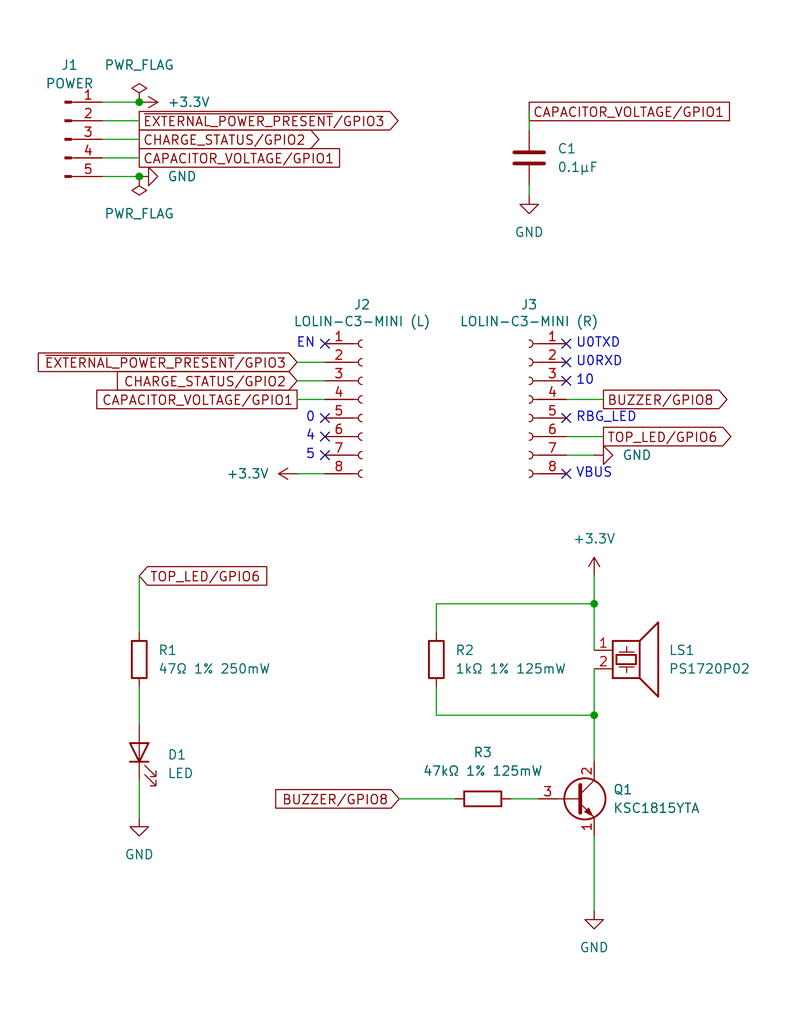
<source format=kicad_sch>
(kicad_sch (version 20250114) (generator "eeschema") (generator_version "9.0")
  (paper "User" 110 140)
  (lib_symbols
    (symbol "Connector:Conn_01x05_Pin" (pin_names (offset 1.016) (hide yes))
      (property "Reference" "J" (at 0 7.62 0))
      (property "Value" "Conn_01x05_Pin" (at 0 -7.62 0))
      (symbol "Conn_01x05_Pin_1_1"
        (rectangle (start 0.8636 5.207) (end 0 4.953) (stroke (width 0.1524)) (fill (type outline)))
        (rectangle (start 0.8636 2.667) (end 0 2.413) (stroke (width 0.1524)) (fill (type outline)))
        (rectangle (start 0.8636 0.127) (end 0 -0.127) (stroke (width 0.1524)) (fill (type outline)))
        (rectangle (start 0.8636 -2.413) (end 0 -2.667) (stroke (width 0.1524)) (fill (type outline)))
        (rectangle (start 0.8636 -4.953) (end 0 -5.207) (stroke (width 0.1524)) (fill (type outline)))
        (polyline (pts (xy 1.27 5.08) (xy 0.8636 5.08)) (stroke (width 0.1524)))
        (polyline (pts (xy 1.27 2.54) (xy 0.8636 2.54)) (stroke (width 0.1524)))
        (polyline (pts (xy 1.27 0) (xy 0.8636 0)) (stroke (width 0.1524)))
        (polyline (pts (xy 1.27 -2.54) (xy 0.8636 -2.54)) (stroke (width 0.1524)))
        (polyline (pts (xy 1.27 -5.08) (xy 0.8636 -5.08)) (stroke (width 0.1524)))
        (pin passive line (at 5.08 5.08 180) (length 3.81) (name "Pin_1") (number "1"))
        (pin passive line (at 5.08 2.54 180) (length 3.81) (name "Pin_2") (number "2"))
        (pin passive line (at 5.08 0 180) (length 3.81) (name "Pin_3") (number "3"))
        (pin passive line (at 5.08 -2.54 180) (length 3.81) (name "Pin_4") (number "4"))
        (pin passive line (at 5.08 -5.08 180) (length 3.81) (name "Pin_5") (number "5"))
      )
    )
    (symbol "Connector:Conn_01x08_Socket" (pin_names (offset 1.016) (hide yes))
      (property "Reference" "J" (at 0 10.16 0))
      (property "Value" "Conn_01x08_Socket" (at 0 -12.7 0))
      (symbol "Conn_01x08_Socket_1_1"
        (polyline (pts (xy -1.27 7.62) (xy -0.508 7.62)) (stroke (width 0.1524)))
        (polyline (pts (xy -1.27 5.08) (xy -0.508 5.08)) (stroke (width 0.1524)))
        (polyline (pts (xy -1.27 2.54) (xy -0.508 2.54)) (stroke (width 0.1524)))
        (polyline (pts (xy -1.27 0) (xy -0.508 0)) (stroke (width 0.1524)))
        (polyline (pts (xy -1.27 -2.54) (xy -0.508 -2.54)) (stroke (width 0.1524)))
        (polyline (pts (xy -1.27 -5.08) (xy -0.508 -5.08)) (stroke (width 0.1524)))
        (polyline (pts (xy -1.27 -7.62) (xy -0.508 -7.62)) (stroke (width 0.1524)))
        (polyline (pts (xy -1.27 -10.16) (xy -0.508 -10.16)) (stroke (width 0.1524)))
        (arc (start 0 7.112) (mid -0.5058 7.62) (end 0 8.128) (stroke (width 0.1524)))
        (arc (start 0 4.572) (mid -0.5058 5.08) (end 0 5.588) (stroke (width 0.1524)))
        (arc (start 0 2.032) (mid -0.5058 2.54) (end 0 3.048) (stroke (width 0.1524)))
        (arc (start 0 -0.508) (mid -0.5058 0) (end 0 0.508) (stroke (width 0.1524)))
        (arc (start 0 -3.048) (mid -0.5058 -2.54) (end 0 -2.032) (stroke (width 0.1524)))
        (arc (start 0 -5.588) (mid -0.5058 -5.08) (end 0 -4.572) (stroke (width 0.1524)))
        (arc (start 0 -8.128) (mid -0.5058 -7.62) (end 0 -7.112) (stroke (width 0.1524)))
        (arc (start 0 -10.668) (mid -0.5058 -10.16) (end 0 -9.652) (stroke (width 0.1524)))
        (pin passive line (at -5.08 7.62 0) (length 3.81) (name "Pin_1") (number "1"))
        (pin passive line (at -5.08 5.08 0) (length 3.81) (name "Pin_2") (number "2"))
        (pin passive line (at -5.08 2.54 0) (length 3.81) (name "Pin_3") (number "3"))
        (pin passive line (at -5.08 0 0) (length 3.81) (name "Pin_4") (number "4"))
        (pin passive line (at -5.08 -2.54 0) (length 3.81) (name "Pin_5") (number "5"))
        (pin passive line (at -5.08 -5.08 0) (length 3.81) (name "Pin_6") (number "6"))
        (pin passive line (at -5.08 -7.62 0) (length 3.81) (name "Pin_7") (number "7"))
        (pin passive line (at -5.08 -10.16 0) (length 3.81) (name "Pin_8") (number "8"))
      )
    )
    (symbol "Device:C" (pin_numbers (hide yes)) (pin_names (offset 0.254))
      (property "Reference" "C" (at 0.635 2.54 0))
      (property "Value" "C" (at 0.635 -2.54 0))
      (symbol "C_0_1"
        (polyline (pts (xy -2.032 0.762) (xy 2.032 0.762)) (stroke (width 0.508)))
        (polyline (pts (xy -2.032 -0.762) (xy 2.032 -0.762)) (stroke (width 0.508)))
      )
      (symbol "C_1_1"
        (pin passive line (at 0 3.81 270) (length 2.794) (name "~") (number "1"))
        (pin passive line (at 0 -3.81 90) (length 2.794) (name "~") (number "2"))
      )
    )
    (symbol "Device:LED" (pin_numbers (hide yes)) (pin_names (offset 1.016) (hide yes))
      (property "Reference" "D" (at 0 2.54 0))
      (property "Value" "LED" (at 0 -2.54 0))
      (symbol "LED_0_1"
        (polyline (pts (xy -3.048 -0.762) (xy -4.572 -2.286) (xy -3.81 -2.286) (xy -4.572 -2.286) (xy -4.572 -1.524)))
        (polyline (pts (xy -1.778 -0.762) (xy -3.302 -2.286) (xy -2.54 -2.286) (xy -3.302 -2.286) (xy -3.302 -1.524)))
        (polyline (pts (xy -1.27 0) (xy 1.27 0)))
        (polyline (pts (xy -1.27 -1.27) (xy -1.27 1.27)) (stroke (width 0.254)))
        (polyline (pts (xy 1.27 -1.27) (xy 1.27 1.27) (xy -1.27 0) (xy 1.27 -1.27)) (stroke (width 0.254)))
      )
      (symbol "LED_1_1"
        (pin passive line (at -3.81 0 0) (length 2.54) (name "K") (number "1"))
        (pin passive line (at 3.81 0 180) (length 2.54) (name "A") (number "2"))
      )
    )
    (symbol "Device:R" (pin_numbers (hide yes)) (pin_names (offset 0))
      (property "Reference" "R" (at 2.032 0 90))
      (property "Value" "R" (at 0 0 90))
      (symbol "R_0_1"
        (rectangle (start -1.016 -2.54) (end 1.016 2.54) (stroke (width 0.254)))
      )
      (symbol "R_1_1"
        (pin passive line (at 0 3.81 270) (length 1.27) (name "~") (number "1"))
        (pin passive line (at 0 -3.81 90) (length 1.27) (name "~") (number "2"))
      )
    )
    (symbol "Device:Speaker_Crystal" (pin_names (offset 0) (hide yes))
      (property "Reference" "LS" (at 0.635 5.715 0))
      (property "Value" "Speaker_Crystal" (at 0.635 3.81 0))
      (symbol "Speaker_Crystal_0_0"
        (rectangle (start -2.54 1.27) (end 1.143 -3.81) (stroke (width 0.254)))
        (rectangle (start -2.032 -0.635) (end 0.635 -1.905) (stroke (width 0.254)))
        (polyline (pts (xy -1.651 -0.254) (xy 0.381 -0.254)))
        (polyline (pts (xy -1.651 -2.286) (xy 0.381 -2.286)))
        (polyline (pts (xy -0.635 -0.254) (xy -0.635 0.508)))
        (polyline (pts (xy -0.635 -2.286) (xy -0.635 -3.048)))
        (polyline (pts (xy 1.143 1.27) (xy 3.683 3.81) (xy 3.683 -6.35) (xy 1.143 -3.81)) (stroke (width 0.254)))
      )
      (symbol "Speaker_Crystal_1_1"
        (pin input line (at -5.08 0 0) (length 2.54) (name "1") (number "1"))
        (pin input line (at -5.08 -2.54 0) (length 2.54) (name "2") (number "2"))
      )
    )
    (symbol "Transistor_BJT:Q_NPN_ECB" (pin_names (offset 0) (hide yes))
      (property "Reference" "Q" (at 5.08 1.27 0))
      (property "Value" "Q_NPN_ECB" (at 5.08 -1.27 0))
      (symbol "Q_NPN_ECB_0_1"
        (polyline (pts (xy -2.54 0) (xy 0.635 0)))
        (polyline (pts (xy 0.635 1.905) (xy 0.635 -1.905)) (stroke (width 0.508)))
        (circle (center 1.27 0) (radius 2.8194) (stroke (width 0.254)))
      )
      (symbol "Q_NPN_ECB_1_1"
        (polyline (pts (xy 0.635 0.635) (xy 2.54 2.54)))
        (polyline (pts (xy 0.635 -0.635) (xy 2.54 -2.54)))
        (polyline (pts (xy 1.27 -1.778) (xy 1.778 -1.27) (xy 2.286 -2.286) (xy 1.27 -1.778)) (fill (type outline)))
        (pin input line (at -5.08 0 0) (length 2.54) (name "B") (number "3"))
        (pin passive line (at 2.54 5.08 270) (length 2.54) (name "C") (number "2"))
        (pin passive line (at 2.54 -5.08 90) (length 2.54) (name "E") (number "1"))
      )
    )
    (symbol "power:+3.3V" (power) (pin_numbers (hide yes)) (pin_names (offset 0) (hide yes))
      (property "Value" "+3.3V" (at 0 3.556 0))
      (symbol "+3.3V_0_1"
        (polyline (pts (xy -0.762 1.27) (xy 0 2.54)))
        (polyline (pts (xy 0 2.54) (xy 0.762 1.27)))
        (polyline (pts (xy 0 0) (xy 0 2.54)))
      )
      (symbol "+3.3V_1_1"
        (pin power_in line (at 0 0 90) (length 0) (name "~") (number "1"))
      )
    )
    (symbol "power:GND" (power) (pin_numbers (hide yes)) (pin_names (offset 0) (hide yes))
      (property "Value" "GND" (at 0 -3.81 0))
      (symbol "GND_0_1"
        (polyline (pts (xy 0 0) (xy 0 -1.27) (xy 1.27 -1.27) (xy 0 -2.54) (xy -1.27 -1.27) (xy 0 -1.27)))
      )
      (symbol "GND_1_1"
        (pin power_in line (at 0 0 270) (length 0) (name "~") (number "1"))
      )
    )
    (symbol "power:PWR_FLAG" (power) (pin_numbers (hide yes)) (pin_names (offset 0) (hide yes))
      (property "Value" "PWR_FLAG" (at 0 3.81 0))
      (symbol "PWR_FLAG_0_0"
        (pin power_out line (at 0 0 90) (length 0) (name "~") (number "1"))
      )
      (symbol "PWR_FLAG_0_1"
        (polyline (pts (xy 0 0) (xy 0 1.27) (xy -1.016 1.905) (xy 0 2.54) (xy 1.016 1.905) (xy 0 1.27)))
      )
    )
  )
  (text "U0TXD" (at 78.74 46.99 0) (effects (font (size 1.27 1.27)) (justify left)))
  (text "VBUS" (at 78.74 64.77 0) (effects (font (size 1.27 1.27)) (justify left)))
  (text "5" (at 43.18 62.23 0) (effects (font (size 1.27 1.27)) (justify right)))
  (text "0" (at 43.18 57.15 0) (effects (font (size 1.27 1.27)) (justify right)))
  (text "10" (at 78.74 52.07 0) (effects (font (size 1.27 1.27)) (justify left)))
  (text "U0RXD" (at 78.74 49.53 0) (effects (font (size 1.27 1.27)) (justify left)))
  (text "EN" (at 43.18 46.99 0) (effects (font (size 1.27 1.27)) (justify right)))
  (text "RBG_LED" (at 78.74 57.15 0) (effects (font (size 1.27 1.27)) (justify left)))
  (text "4" (at 43.18 59.69 0) (effects (font (size 1.27 1.27)) (justify right)))
  (junction (at 19.05 24.13))
  (junction (at 81.28 82.55))
  (junction (at 19.05 13.97))
  (junction (at 81.28 97.79))
  (no_connect (at 44.45 46.99))
  (no_connect (at 77.47 46.99))
  (no_connect (at 77.47 52.07))
  (no_connect (at 77.47 57.15))
  (no_connect (at 77.47 49.53))
  (no_connect (at 44.45 59.69))
  (no_connect (at 44.45 62.23))
  (no_connect (at 77.47 64.77))
  (no_connect (at 44.45 57.15))
  (wire (pts (xy 81.28 82.55) (xy 81.28 88.9)))
  (wire (pts (xy 19.05 78.74) (xy 19.05 86.36)))
  (wire (pts (xy 54.61 109.22) (xy 62.23 109.22)))
  (wire (pts (xy 13.97 24.13) (xy 19.05 24.13)))
  (wire (pts (xy 59.69 86.36) (xy 59.69 82.55)))
  (wire (pts (xy 59.69 97.79) (xy 81.28 97.79)))
  (wire (pts (xy 77.47 62.23) (xy 81.28 62.23)))
  (wire (pts (xy 81.28 114.3) (xy 81.28 124.46)))
  (wire (pts (xy 81.28 78.74) (xy 81.28 82.55)))
  (wire (pts (xy 82.55 59.69) (xy 77.47 59.69)))
  (wire (pts (xy 69.85 109.22) (xy 73.66 109.22)))
  (wire (pts (xy 40.64 64.77) (xy 44.45 64.77)))
  (wire (pts (xy 81.28 97.79) (xy 81.28 104.14)))
  (wire (pts (xy 19.05 93.98) (xy 19.05 99.06)))
  (wire (pts (xy 72.39 26.67) (xy 72.39 25.4)))
  (wire (pts (xy 72.39 15.24) (xy 72.39 17.78)))
  (wire (pts (xy 59.69 97.79) (xy 59.69 93.98)))
  (wire (pts (xy 13.97 21.59) (xy 19.05 21.59)))
  (wire (pts (xy 19.05 16.51) (xy 13.97 16.51)))
  (wire (pts (xy 77.47 54.61) (xy 82.55 54.61)))
  (wire (pts (xy 13.97 13.97) (xy 19.05 13.97)))
  (wire (pts (xy 59.69 82.55) (xy 81.28 82.55)))
  (wire (pts (xy 19.05 106.68) (xy 19.05 111.76)))
  (wire (pts (xy 40.64 49.53) (xy 44.45 49.53)))
  (wire (pts (xy 81.28 91.44) (xy 81.28 97.79)))
  (wire (pts (xy 40.64 54.61) (xy 44.45 54.61)))
  (wire (pts (xy 40.64 52.07) (xy 44.45 52.07)))
  (wire (pts (xy 13.97 19.05) (xy 19.05 19.05)))
  (global_label "CAPACITOR_VOLTAGE{slash}GPIO1" (shape passive) (at 72.39 15.24 0) (property "Intersheetrefs" "${INTERSHEET_REFS}" (effects (hide yes))))
  (global_label "BUZZER{slash}GPIO8" (shape output) (at 82.55 54.61 0) (property "Intersheetrefs" "${INTERSHEET_REFS}" (effects (hide yes))))
  (global_label "CHARGE_STATUS{slash}GPIO2" (shape output) (at 19.05 19.05 0) (property "Intersheetrefs" "${INTERSHEET_REFS}" (effects (hide yes))))
  (global_label "TOP_LED{slash}GPIO6" (shape output) (at 82.55 59.69 0) (property "Intersheetrefs" "${INTERSHEET_REFS}" (effects (hide yes))))
  (global_label "TOP_LED{slash}GPIO6" (shape input) (at 19.05 78.74 0) (property "Intersheetrefs" "${INTERSHEET_REFS}" (effects (hide yes))))
  (global_label "~{EXTERNAL_POWER_PRESENT}{slash}GPIO3" (shape input) (at 40.64 49.53 180) (property "Intersheetrefs" "${INTERSHEET_REFS}" (effects (hide yes))))
  (global_label "~{EXTERNAL_POWER_PRESENT}{slash}GPIO3" (shape output) (at 19.05 16.51 0) (property "Intersheetrefs" "${INTERSHEET_REFS}" (effects (hide yes))))
  (global_label "CAPACITOR_VOLTAGE{slash}GPIO1" (shape passive) (at 19.05 21.59 0) (property "Intersheetrefs" "${INTERSHEET_REFS}" (effects (hide yes))))
  (global_label "CAPACITOR_VOLTAGE{slash}GPIO1" (shape passive) (at 40.64 54.61 180) (property "Intersheetrefs" "${INTERSHEET_REFS}" (effects (hide yes))))
  (global_label "BUZZER{slash}GPIO8" (shape input) (at 54.61 109.22 180) (property "Intersheetrefs" "${INTERSHEET_REFS}" (effects (hide yes))))
  (global_label "CHARGE_STATUS{slash}GPIO2" (shape input) (at 40.64 52.07 180) (property "Intersheetrefs" "${INTERSHEET_REFS}" (effects (hide yes))))
  (symbol (lib_id "Device:Speaker_Crystal") (at 86.36 88.9 0) (unit 1)
    (property "Reference" "LS1" (at 91.44 88.8999 0) (effects (justify left)))
    (property "Value" "PS1720P02" (at 91.44 91.4399 0) (effects (justify left)))
    (property "Footprint" "the-internet:PS1720P02" (effects (hide yes)))
    (property "Datasheet" "https://product.tdk.com/en/system/files/dam/doc/product/sw_piezo/sw_piezo/piezo-buzzer/catalog/piezoelectronic_buzzer_ps_en.pdf" (effects (hide yes)))
    (property "Description" "Crystal speaker/transducer" (effects (hide yes)))
  )
  (symbol (lib_id "Device:C") (at 72.39 21.59 0) (unit 1)
    (property "Reference" "C1" (at 76.2 20.3199 0) (effects (justify left)))
    (property "Value" "0.1µF" (at 76.2 22.8599 0) (effects (justify left)))
    (property "Footprint" "Capacitor_SMD:C_0805_2012Metric_Pad1.18x1.45mm_HandSolder" (effects (hide yes)))
    (property "Description" "Unpolarized capacitor" (effects (hide yes)))
  )
  (symbol (lib_id "power:GND") (at 81.28 62.23 90) (unit 1)
    (property "Reference" "#PWR02" (effects (hide yes)))
    (property "Value" "GND" (at 85.09 62.2299 90) (effects (justify right)))
    (property "Description" "Power symbol creates a global label with name \"GND\" , ground" (effects (hide yes)))
  )
  (symbol (lib_id "Connector:Conn_01x05_Pin") (at 8.89 19.05 0) (unit 1)
    (property "Reference" "J1" (at 9.525 8.89 0))
    (property "Value" "POWER" (at 9.525 11.43 0))
    (property "Footprint" "Connector_PinHeader_2.54mm:PinHeader_1x05_P2.54mm_Vertical" (effects (hide yes)))
    (property "Description" "Generic connector, single row, 01x05, script generated" (effects (hide yes)))
  )
  (symbol (lib_id "power:PWR_FLAG") (at 19.05 24.13 0) (mirror x) (unit 1)
    (property "Reference" "#FLG02" (effects (hide yes)))
    (property "Value" "PWR_FLAG" (at 19.05 29.21 0))
    (property "Description" "Special symbol for telling ERC where power comes from" (effects (hide yes)))
  )
  (symbol (lib_id "power:GND") (at 81.28 124.46 0) (unit 1)
    (property "Reference" "#PWR07" (effects (hide yes)))
    (property "Value" "GND" (at 81.28 129.54 0))
    (property "Description" "Power symbol creates a global label with name \"GND\" , ground" (effects (hide yes)))
  )
  (symbol (lib_id "power:GND") (at 19.05 111.76 0) (unit 1)
    (property "Reference" "#PWR05" (effects (hide yes)))
    (property "Value" "GND" (at 19.05 116.84 0))
    (property "Description" "Power symbol creates a global label with name \"GND\" , ground" (effects (hide yes)))
  )
  (symbol (lib_id "power:PWR_FLAG") (at 19.05 13.97 0) (unit 1)
    (property "Reference" "#FLG01" (effects (hide yes)))
    (property "Value" "PWR_FLAG" (at 19.05 8.89 0))
    (property "Description" "Special symbol for telling ERC where power comes from" (effects (hide yes)))
  )
  (symbol (lib_id "Device:R") (at 66.04 109.22 90) (unit 1)
    (property "Reference" "R3" (at 66.04 102.87 90))
    (property "Value" "47kΩ 1% 125mW" (at 66.04 105.41 90))
    (property "Footprint" "Resistor_SMD:R_0805_2012Metric_Pad1.20x1.40mm_HandSolder" (effects (hide yes)))
    (property "Description" "Resistor" (effects (hide yes)))
  )
  (symbol (lib_id "Device:R") (at 19.05 90.17 0) (unit 1)
    (property "Reference" "R1" (at 21.59 88.8999 0) (effects (justify left)))
    (property "Value" "47Ω 1% 250mW" (at 21.59 91.4399 0) (effects (justify left)))
    (property "Footprint" "Resistor_SMD:R_1206_3216Metric_Pad1.30x1.75mm_HandSolder" (effects (hide yes)))
    (property "Description" "Resistor" (effects (hide yes)))
  )
  (symbol (lib_id "Transistor_BJT:Q_NPN_ECB") (at 78.74 109.22 0) (unit 1)
    (property "Reference" "Q1" (at 83.82 107.9499 0) (effects (justify left)))
    (property "Value" "KSC1815YTA" (at 83.82 110.4899 0) (effects (justify left)))
    (property "Footprint" "Package_TO_SOT_THT:TO-92_Inline_Wide" (effects (hide yes)))
    (property "Description" "NPN transistor, emitter/collector/base" (effects (hide yes)))
  )
  (symbol (lib_id "Device:R") (at 59.69 90.17 180) (unit 1)
    (property "Reference" "R2" (at 62.23 88.8999 0) (effects (justify right)))
    (property "Value" "1kΩ 1% 125mW" (at 62.23 91.4399 0) (effects (justify right)))
    (property "Footprint" "Resistor_SMD:R_0805_2012Metric_Pad1.20x1.40mm_HandSolder" (effects (hide yes)))
    (property "Description" "Resistor" (effects (hide yes)))
  )
  (symbol (lib_id "power:+3.3V") (at 40.64 64.77 90) (unit 1)
    (property "Reference" "#PWR01" (effects (hide yes)))
    (property "Value" "+3.3V" (at 36.83 64.7699 90) (effects (justify left)))
    (property "Description" "Power symbol creates a global label with name \"+3.3V\"" (effects (hide yes)))
  )
  (symbol (lib_id "Device:LED") (at 19.05 102.87 90) (unit 1)
    (property "Reference" "D1" (at 22.86 103.1874 90) (effects (justify right)))
    (property "Value" "LED" (at 22.86 105.7274 90) (effects (justify right)))
    (property "Footprint" "Connector_PinHeader_2.54mm:PinHeader_1x02_P2.54mm_Vertical" (effects (hide yes)))
    (property "Description" "Light emitting diode" (effects (hide yes)))
    (property "Sim.Pins" "1=K 2=A" (effects (hide yes)))
  )
  (symbol (lib_id "power:GND") (at 72.39 26.67 0) (unit 1)
    (property "Reference" "#PWR08" (effects (hide yes)))
    (property "Value" "GND" (at 72.39 31.75 0))
    (property "Description" "Power symbol creates a global label with name \"GND\" , ground" (effects (hide yes)))
  )
  (symbol (lib_id "power:+3.3V") (at 81.28 78.74 0) (unit 1)
    (property "Reference" "#PWR06" (effects (hide yes)))
    (property "Value" "+3.3V" (at 81.28 73.66 0))
    (property "Description" "Power symbol creates a global label with name \"+3.3V\"" (effects (hide yes)))
  )
  (symbol (lib_id "power:+3.3V") (at 19.05 13.97 270) (unit 1)
    (property "Reference" "#PWR03" (effects (hide yes)))
    (property "Value" "+3.3V" (at 22.86 13.9699 90) (effects (justify left)))
    (property "Description" "Power symbol creates a global label with name \"+3.3V\"" (effects (hide yes)))
  )
  (symbol (lib_id "Connector:Conn_01x08_Socket") (at 49.53 54.61 0) (unit 1)
    (property "Reference" "J2" (at 49.53 41.656 0))
    (property "Value" "LOLIN-C3-MINI (L)" (at 49.53 43.942 0))
    (property "Footprint" "Connector_PinSocket_2.54mm:PinSocket_1x08_P2.54mm_Vertical" (effects (hide yes)))
    (property "Description" "Generic connector, single row, 01x08, script generated" (effects (hide yes)))
  )
  (symbol (lib_id "Connector:Conn_01x08_Socket") (at 72.39 54.61 0) (mirror y) (unit 1)
    (property "Reference" "J3" (at 72.39 41.656 0))
    (property "Value" "LOLIN-C3-MINI (R)" (at 72.39 43.942 0))
    (property "Footprint" "Connector_PinSocket_2.54mm:PinSocket_1x08_P2.54mm_Vertical" (effects (hide yes)))
    (property "Description" "Generic connector, single row, 01x08, script generated" (effects (hide yes)))
  )
  (symbol (lib_id "power:GND") (at 19.05 24.13 90) (unit 1)
    (property "Reference" "#PWR0101" (effects (hide yes)))
    (property "Value" "GND" (at 22.86 24.1299 90) (effects (justify right)))
    (property "Description" "Power symbol creates a global label with name \"GND\" , ground" (effects (hide yes)))
  )
)
</source>
